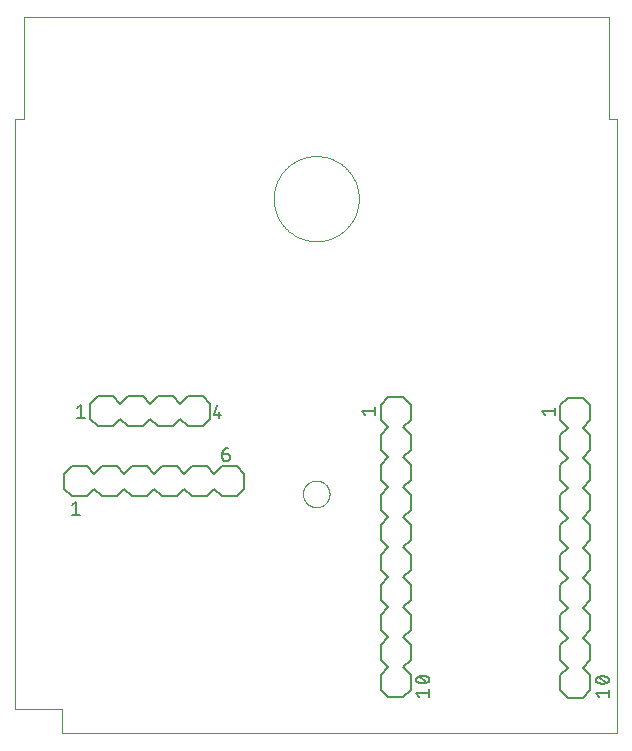
<source format=gto>
G75*
%MOIN*%
%OFA0B0*%
%FSLAX25Y25*%
%IPPOS*%
%LPD*%
%AMOC8*
5,1,8,0,0,1.08239X$1,22.5*
%
%ADD10C,0.00004*%
%ADD11C,0.00600*%
%ADD12C,0.00500*%
D10*
X0001002Y0008876D02*
X0001002Y0205726D01*
X0004033Y0205726D01*
X0004033Y0239506D01*
X0003955Y0239585D02*
X0198837Y0239585D01*
X0198837Y0205726D01*
X0201789Y0205726D01*
X0201789Y0001002D01*
X0016750Y0001002D01*
X0016750Y0008876D01*
X0001002Y0008876D01*
X0096967Y0080726D02*
X0096969Y0080858D01*
X0096975Y0080991D01*
X0096985Y0081123D01*
X0096999Y0081255D01*
X0097016Y0081386D01*
X0097038Y0081517D01*
X0097064Y0081647D01*
X0097093Y0081776D01*
X0097127Y0081904D01*
X0097164Y0082031D01*
X0097205Y0082157D01*
X0097249Y0082282D01*
X0097298Y0082406D01*
X0097350Y0082527D01*
X0097406Y0082648D01*
X0097465Y0082766D01*
X0097528Y0082883D01*
X0097594Y0082998D01*
X0097664Y0083110D01*
X0097737Y0083221D01*
X0097813Y0083329D01*
X0097892Y0083435D01*
X0097975Y0083539D01*
X0098061Y0083640D01*
X0098149Y0083738D01*
X0098241Y0083834D01*
X0098335Y0083927D01*
X0098432Y0084017D01*
X0098532Y0084105D01*
X0098635Y0084189D01*
X0098739Y0084270D01*
X0098847Y0084348D01*
X0098956Y0084422D01*
X0099068Y0084494D01*
X0099182Y0084562D01*
X0099297Y0084626D01*
X0099415Y0084687D01*
X0099534Y0084745D01*
X0099655Y0084799D01*
X0099778Y0084849D01*
X0099902Y0084895D01*
X0100027Y0084938D01*
X0100154Y0084977D01*
X0100282Y0085013D01*
X0100410Y0085044D01*
X0100540Y0085072D01*
X0100670Y0085095D01*
X0100801Y0085115D01*
X0100933Y0085131D01*
X0101065Y0085143D01*
X0101197Y0085151D01*
X0101330Y0085155D01*
X0101462Y0085155D01*
X0101595Y0085151D01*
X0101727Y0085143D01*
X0101859Y0085131D01*
X0101991Y0085115D01*
X0102122Y0085095D01*
X0102252Y0085072D01*
X0102382Y0085044D01*
X0102510Y0085013D01*
X0102638Y0084977D01*
X0102765Y0084938D01*
X0102890Y0084895D01*
X0103014Y0084849D01*
X0103137Y0084799D01*
X0103258Y0084745D01*
X0103377Y0084687D01*
X0103495Y0084626D01*
X0103611Y0084562D01*
X0103724Y0084494D01*
X0103836Y0084422D01*
X0103945Y0084348D01*
X0104053Y0084270D01*
X0104157Y0084189D01*
X0104260Y0084105D01*
X0104360Y0084017D01*
X0104457Y0083927D01*
X0104551Y0083834D01*
X0104643Y0083738D01*
X0104731Y0083640D01*
X0104817Y0083539D01*
X0104900Y0083435D01*
X0104979Y0083329D01*
X0105055Y0083221D01*
X0105128Y0083110D01*
X0105198Y0082998D01*
X0105264Y0082883D01*
X0105327Y0082766D01*
X0105386Y0082648D01*
X0105442Y0082527D01*
X0105494Y0082406D01*
X0105543Y0082282D01*
X0105587Y0082157D01*
X0105628Y0082031D01*
X0105665Y0081904D01*
X0105699Y0081776D01*
X0105728Y0081647D01*
X0105754Y0081517D01*
X0105776Y0081386D01*
X0105793Y0081255D01*
X0105807Y0081123D01*
X0105817Y0080991D01*
X0105823Y0080858D01*
X0105825Y0080726D01*
X0105823Y0080594D01*
X0105817Y0080461D01*
X0105807Y0080329D01*
X0105793Y0080197D01*
X0105776Y0080066D01*
X0105754Y0079935D01*
X0105728Y0079805D01*
X0105699Y0079676D01*
X0105665Y0079548D01*
X0105628Y0079421D01*
X0105587Y0079295D01*
X0105543Y0079170D01*
X0105494Y0079046D01*
X0105442Y0078925D01*
X0105386Y0078804D01*
X0105327Y0078686D01*
X0105264Y0078569D01*
X0105198Y0078454D01*
X0105128Y0078342D01*
X0105055Y0078231D01*
X0104979Y0078123D01*
X0104900Y0078017D01*
X0104817Y0077913D01*
X0104731Y0077812D01*
X0104643Y0077714D01*
X0104551Y0077618D01*
X0104457Y0077525D01*
X0104360Y0077435D01*
X0104260Y0077347D01*
X0104157Y0077263D01*
X0104053Y0077182D01*
X0103945Y0077104D01*
X0103836Y0077030D01*
X0103724Y0076958D01*
X0103610Y0076890D01*
X0103495Y0076826D01*
X0103377Y0076765D01*
X0103258Y0076707D01*
X0103137Y0076653D01*
X0103014Y0076603D01*
X0102890Y0076557D01*
X0102765Y0076514D01*
X0102638Y0076475D01*
X0102510Y0076439D01*
X0102382Y0076408D01*
X0102252Y0076380D01*
X0102122Y0076357D01*
X0101991Y0076337D01*
X0101859Y0076321D01*
X0101727Y0076309D01*
X0101595Y0076301D01*
X0101462Y0076297D01*
X0101330Y0076297D01*
X0101197Y0076301D01*
X0101065Y0076309D01*
X0100933Y0076321D01*
X0100801Y0076337D01*
X0100670Y0076357D01*
X0100540Y0076380D01*
X0100410Y0076408D01*
X0100282Y0076439D01*
X0100154Y0076475D01*
X0100027Y0076514D01*
X0099902Y0076557D01*
X0099778Y0076603D01*
X0099655Y0076653D01*
X0099534Y0076707D01*
X0099415Y0076765D01*
X0099297Y0076826D01*
X0099181Y0076890D01*
X0099068Y0076958D01*
X0098956Y0077030D01*
X0098847Y0077104D01*
X0098739Y0077182D01*
X0098635Y0077263D01*
X0098532Y0077347D01*
X0098432Y0077435D01*
X0098335Y0077525D01*
X0098241Y0077618D01*
X0098149Y0077714D01*
X0098061Y0077812D01*
X0097975Y0077913D01*
X0097892Y0078017D01*
X0097813Y0078123D01*
X0097737Y0078231D01*
X0097664Y0078342D01*
X0097594Y0078454D01*
X0097528Y0078569D01*
X0097465Y0078686D01*
X0097406Y0078804D01*
X0097350Y0078925D01*
X0097298Y0079046D01*
X0097249Y0079170D01*
X0097205Y0079295D01*
X0097164Y0079421D01*
X0097127Y0079548D01*
X0097093Y0079676D01*
X0097064Y0079805D01*
X0097038Y0079935D01*
X0097016Y0080066D01*
X0096999Y0080197D01*
X0096985Y0080329D01*
X0096975Y0080461D01*
X0096969Y0080594D01*
X0096967Y0080726D01*
X0087223Y0179152D02*
X0087227Y0179500D01*
X0087240Y0179847D01*
X0087261Y0180195D01*
X0087291Y0180541D01*
X0087330Y0180887D01*
X0087376Y0181232D01*
X0087432Y0181575D01*
X0087495Y0181917D01*
X0087567Y0182257D01*
X0087648Y0182596D01*
X0087736Y0182932D01*
X0087833Y0183266D01*
X0087938Y0183598D01*
X0088051Y0183927D01*
X0088173Y0184253D01*
X0088302Y0184576D01*
X0088439Y0184895D01*
X0088584Y0185212D01*
X0088736Y0185524D01*
X0088897Y0185833D01*
X0089064Y0186138D01*
X0089239Y0186438D01*
X0089422Y0186735D01*
X0089612Y0187026D01*
X0089808Y0187313D01*
X0090012Y0187595D01*
X0090223Y0187872D01*
X0090440Y0188143D01*
X0090664Y0188409D01*
X0090894Y0188670D01*
X0091131Y0188925D01*
X0091374Y0189174D01*
X0091623Y0189417D01*
X0091878Y0189654D01*
X0092139Y0189884D01*
X0092405Y0190108D01*
X0092676Y0190325D01*
X0092953Y0190536D01*
X0093235Y0190740D01*
X0093522Y0190936D01*
X0093813Y0191126D01*
X0094110Y0191309D01*
X0094410Y0191484D01*
X0094715Y0191651D01*
X0095024Y0191812D01*
X0095336Y0191964D01*
X0095653Y0192109D01*
X0095972Y0192246D01*
X0096295Y0192375D01*
X0096621Y0192497D01*
X0096950Y0192610D01*
X0097282Y0192715D01*
X0097616Y0192812D01*
X0097952Y0192900D01*
X0098291Y0192981D01*
X0098631Y0193053D01*
X0098973Y0193116D01*
X0099316Y0193172D01*
X0099661Y0193218D01*
X0100007Y0193257D01*
X0100353Y0193287D01*
X0100701Y0193308D01*
X0101048Y0193321D01*
X0101396Y0193325D01*
X0101744Y0193321D01*
X0102091Y0193308D01*
X0102439Y0193287D01*
X0102785Y0193257D01*
X0103131Y0193218D01*
X0103476Y0193172D01*
X0103819Y0193116D01*
X0104161Y0193053D01*
X0104501Y0192981D01*
X0104840Y0192900D01*
X0105176Y0192812D01*
X0105510Y0192715D01*
X0105842Y0192610D01*
X0106171Y0192497D01*
X0106497Y0192375D01*
X0106820Y0192246D01*
X0107139Y0192109D01*
X0107456Y0191964D01*
X0107768Y0191812D01*
X0108077Y0191651D01*
X0108382Y0191484D01*
X0108682Y0191309D01*
X0108979Y0191126D01*
X0109270Y0190936D01*
X0109557Y0190740D01*
X0109839Y0190536D01*
X0110116Y0190325D01*
X0110387Y0190108D01*
X0110653Y0189884D01*
X0110914Y0189654D01*
X0111169Y0189417D01*
X0111418Y0189174D01*
X0111661Y0188925D01*
X0111898Y0188670D01*
X0112128Y0188409D01*
X0112352Y0188143D01*
X0112569Y0187872D01*
X0112780Y0187595D01*
X0112984Y0187313D01*
X0113180Y0187026D01*
X0113370Y0186735D01*
X0113553Y0186438D01*
X0113728Y0186138D01*
X0113895Y0185833D01*
X0114056Y0185524D01*
X0114208Y0185212D01*
X0114353Y0184895D01*
X0114490Y0184576D01*
X0114619Y0184253D01*
X0114741Y0183927D01*
X0114854Y0183598D01*
X0114959Y0183266D01*
X0115056Y0182932D01*
X0115144Y0182596D01*
X0115225Y0182257D01*
X0115297Y0181917D01*
X0115360Y0181575D01*
X0115416Y0181232D01*
X0115462Y0180887D01*
X0115501Y0180541D01*
X0115531Y0180195D01*
X0115552Y0179847D01*
X0115565Y0179500D01*
X0115569Y0179152D01*
X0115565Y0178804D01*
X0115552Y0178457D01*
X0115531Y0178109D01*
X0115501Y0177763D01*
X0115462Y0177417D01*
X0115416Y0177072D01*
X0115360Y0176729D01*
X0115297Y0176387D01*
X0115225Y0176047D01*
X0115144Y0175708D01*
X0115056Y0175372D01*
X0114959Y0175038D01*
X0114854Y0174706D01*
X0114741Y0174377D01*
X0114619Y0174051D01*
X0114490Y0173728D01*
X0114353Y0173409D01*
X0114208Y0173092D01*
X0114056Y0172780D01*
X0113895Y0172471D01*
X0113728Y0172166D01*
X0113553Y0171866D01*
X0113370Y0171569D01*
X0113180Y0171278D01*
X0112984Y0170991D01*
X0112780Y0170709D01*
X0112569Y0170432D01*
X0112352Y0170161D01*
X0112128Y0169895D01*
X0111898Y0169634D01*
X0111661Y0169379D01*
X0111418Y0169130D01*
X0111169Y0168887D01*
X0110914Y0168650D01*
X0110653Y0168420D01*
X0110387Y0168196D01*
X0110116Y0167979D01*
X0109839Y0167768D01*
X0109557Y0167564D01*
X0109270Y0167368D01*
X0108979Y0167178D01*
X0108682Y0166995D01*
X0108382Y0166820D01*
X0108077Y0166653D01*
X0107768Y0166492D01*
X0107456Y0166340D01*
X0107139Y0166195D01*
X0106820Y0166058D01*
X0106497Y0165929D01*
X0106171Y0165807D01*
X0105842Y0165694D01*
X0105510Y0165589D01*
X0105176Y0165492D01*
X0104840Y0165404D01*
X0104501Y0165323D01*
X0104161Y0165251D01*
X0103819Y0165188D01*
X0103476Y0165132D01*
X0103131Y0165086D01*
X0102785Y0165047D01*
X0102439Y0165017D01*
X0102091Y0164996D01*
X0101744Y0164983D01*
X0101396Y0164979D01*
X0101048Y0164983D01*
X0100701Y0164996D01*
X0100353Y0165017D01*
X0100007Y0165047D01*
X0099661Y0165086D01*
X0099316Y0165132D01*
X0098973Y0165188D01*
X0098631Y0165251D01*
X0098291Y0165323D01*
X0097952Y0165404D01*
X0097616Y0165492D01*
X0097282Y0165589D01*
X0096950Y0165694D01*
X0096621Y0165807D01*
X0096295Y0165929D01*
X0095972Y0166058D01*
X0095653Y0166195D01*
X0095336Y0166340D01*
X0095024Y0166492D01*
X0094715Y0166653D01*
X0094410Y0166820D01*
X0094110Y0166995D01*
X0093813Y0167178D01*
X0093522Y0167368D01*
X0093235Y0167564D01*
X0092953Y0167768D01*
X0092676Y0167979D01*
X0092405Y0168196D01*
X0092139Y0168420D01*
X0091878Y0168650D01*
X0091623Y0168887D01*
X0091374Y0169130D01*
X0091131Y0169379D01*
X0090894Y0169634D01*
X0090664Y0169895D01*
X0090440Y0170161D01*
X0090223Y0170432D01*
X0090012Y0170709D01*
X0089808Y0170991D01*
X0089612Y0171278D01*
X0089422Y0171569D01*
X0089239Y0171866D01*
X0089064Y0172166D01*
X0088897Y0172471D01*
X0088736Y0172780D01*
X0088584Y0173092D01*
X0088439Y0173409D01*
X0088302Y0173728D01*
X0088173Y0174051D01*
X0088051Y0174377D01*
X0087938Y0174706D01*
X0087833Y0175038D01*
X0087736Y0175372D01*
X0087648Y0175708D01*
X0087567Y0176047D01*
X0087495Y0176387D01*
X0087432Y0176729D01*
X0087376Y0177072D01*
X0087330Y0177417D01*
X0087291Y0177763D01*
X0087261Y0178109D01*
X0087240Y0178457D01*
X0087227Y0178804D01*
X0087223Y0179152D01*
D11*
X0063541Y0113207D02*
X0058541Y0113207D01*
X0056041Y0110707D01*
X0053541Y0113207D01*
X0048541Y0113207D01*
X0046041Y0110707D01*
X0043541Y0113207D01*
X0038541Y0113207D01*
X0036041Y0110707D01*
X0033541Y0113207D01*
X0028541Y0113207D01*
X0026041Y0110707D01*
X0026041Y0105707D01*
X0028541Y0103207D01*
X0033541Y0103207D01*
X0036041Y0105707D01*
X0038541Y0103207D01*
X0043541Y0103207D01*
X0046041Y0105707D01*
X0048541Y0103207D01*
X0053541Y0103207D01*
X0056041Y0105707D01*
X0058541Y0103207D01*
X0063541Y0103207D01*
X0066041Y0105707D01*
X0066041Y0110707D01*
X0063541Y0113207D01*
X0064841Y0089939D02*
X0059841Y0089939D01*
X0057341Y0087439D01*
X0054841Y0089939D01*
X0049841Y0089939D01*
X0047341Y0087439D01*
X0044841Y0089939D01*
X0039841Y0089939D01*
X0037341Y0087439D01*
X0034841Y0089939D01*
X0029841Y0089939D01*
X0027341Y0087439D01*
X0024841Y0089939D01*
X0019841Y0089939D01*
X0017341Y0087439D01*
X0017341Y0082439D01*
X0019841Y0079939D01*
X0024841Y0079939D01*
X0027341Y0082439D01*
X0029841Y0079939D01*
X0034841Y0079939D01*
X0037341Y0082439D01*
X0039841Y0079939D01*
X0044841Y0079939D01*
X0047341Y0082439D01*
X0049841Y0079939D01*
X0054841Y0079939D01*
X0057341Y0082439D01*
X0059841Y0079939D01*
X0064841Y0079939D01*
X0067341Y0082439D01*
X0069841Y0079939D01*
X0074841Y0079939D01*
X0077341Y0082439D01*
X0077341Y0087439D01*
X0074841Y0089939D01*
X0069841Y0089939D01*
X0067341Y0087439D01*
X0064841Y0089939D01*
X0122892Y0090392D02*
X0122892Y0085392D01*
X0125392Y0082892D01*
X0122892Y0080392D01*
X0122892Y0075392D01*
X0125392Y0072892D01*
X0122892Y0070392D01*
X0122892Y0065392D01*
X0125392Y0062892D01*
X0122892Y0060392D01*
X0122892Y0055392D01*
X0125392Y0052892D01*
X0122892Y0050392D01*
X0122892Y0045392D01*
X0125392Y0042892D01*
X0122892Y0040392D01*
X0122892Y0035392D01*
X0125392Y0032892D01*
X0122892Y0030392D01*
X0122892Y0025392D01*
X0125392Y0022892D01*
X0122892Y0020392D01*
X0122892Y0015392D01*
X0125392Y0012892D01*
X0130392Y0012892D01*
X0132892Y0015392D01*
X0132892Y0020392D01*
X0130392Y0022892D01*
X0132892Y0025392D01*
X0132892Y0030392D01*
X0130392Y0032892D01*
X0132892Y0035392D01*
X0132892Y0040392D01*
X0130392Y0042892D01*
X0132892Y0045392D01*
X0132892Y0050392D01*
X0130392Y0052892D01*
X0132892Y0055392D01*
X0132892Y0060392D01*
X0130392Y0062892D01*
X0132892Y0065392D01*
X0132892Y0070392D01*
X0130392Y0072892D01*
X0132892Y0075392D01*
X0132892Y0080392D01*
X0130392Y0082892D01*
X0132892Y0085392D01*
X0132892Y0090392D01*
X0130392Y0092892D01*
X0132892Y0095392D01*
X0132892Y0100392D01*
X0130392Y0102892D01*
X0132892Y0105392D01*
X0132892Y0110392D01*
X0130392Y0112892D01*
X0125392Y0112892D01*
X0122892Y0110392D01*
X0122892Y0105392D01*
X0125392Y0102892D01*
X0122892Y0100392D01*
X0122892Y0095392D01*
X0125392Y0092892D01*
X0122892Y0090392D01*
X0182774Y0090234D02*
X0182774Y0085234D01*
X0185274Y0082734D01*
X0182774Y0080234D01*
X0182774Y0075234D01*
X0185274Y0072734D01*
X0182774Y0070234D01*
X0182774Y0065234D01*
X0185274Y0062734D01*
X0182774Y0060234D01*
X0182774Y0055234D01*
X0185274Y0052734D01*
X0182774Y0050234D01*
X0182774Y0045234D01*
X0185274Y0042734D01*
X0182774Y0040234D01*
X0182774Y0035234D01*
X0185274Y0032734D01*
X0182774Y0030234D01*
X0182774Y0025234D01*
X0185274Y0022734D01*
X0182774Y0020234D01*
X0182774Y0015234D01*
X0185274Y0012734D01*
X0190274Y0012734D01*
X0192774Y0015234D01*
X0192774Y0020234D01*
X0190274Y0022734D01*
X0192774Y0025234D01*
X0192774Y0030234D01*
X0190274Y0032734D01*
X0192774Y0035234D01*
X0192774Y0040234D01*
X0190274Y0042734D01*
X0192774Y0045234D01*
X0192774Y0050234D01*
X0190274Y0052734D01*
X0192774Y0055234D01*
X0192774Y0060234D01*
X0190274Y0062734D01*
X0192774Y0065234D01*
X0192774Y0070234D01*
X0190274Y0072734D01*
X0192774Y0075234D01*
X0192774Y0080234D01*
X0190274Y0082734D01*
X0192774Y0085234D01*
X0192774Y0090234D01*
X0190274Y0092734D01*
X0192774Y0095234D01*
X0192774Y0100234D01*
X0190274Y0102734D01*
X0192774Y0105234D01*
X0192774Y0110234D01*
X0190274Y0112734D01*
X0185274Y0112734D01*
X0182774Y0110234D01*
X0182774Y0105234D01*
X0185274Y0102734D01*
X0182774Y0100234D01*
X0182774Y0095234D01*
X0185274Y0092734D01*
X0182774Y0090234D01*
D12*
X0181024Y0106984D02*
X0181024Y0109484D01*
X0181024Y0108234D02*
X0176524Y0108234D01*
X0177524Y0106984D01*
X0121142Y0107142D02*
X0121142Y0109642D01*
X0121142Y0108392D02*
X0116642Y0108392D01*
X0117642Y0107142D01*
X0072591Y0093189D02*
X0072591Y0092939D01*
X0072591Y0093189D02*
X0072589Y0093249D01*
X0072584Y0093310D01*
X0072575Y0093369D01*
X0072562Y0093428D01*
X0072546Y0093487D01*
X0072526Y0093544D01*
X0072503Y0093599D01*
X0072476Y0093654D01*
X0072447Y0093706D01*
X0072414Y0093757D01*
X0072378Y0093806D01*
X0072340Y0093852D01*
X0072298Y0093896D01*
X0072254Y0093938D01*
X0072208Y0093976D01*
X0072159Y0094012D01*
X0072108Y0094045D01*
X0072056Y0094074D01*
X0072001Y0094101D01*
X0071946Y0094124D01*
X0071889Y0094144D01*
X0071830Y0094160D01*
X0071771Y0094173D01*
X0071712Y0094182D01*
X0071651Y0094187D01*
X0071591Y0094189D01*
X0070091Y0094189D01*
X0070091Y0092939D01*
X0070093Y0092870D01*
X0070099Y0092801D01*
X0070108Y0092733D01*
X0070121Y0092666D01*
X0070138Y0092599D01*
X0070159Y0092533D01*
X0070183Y0092469D01*
X0070211Y0092406D01*
X0070242Y0092344D01*
X0070276Y0092284D01*
X0070314Y0092227D01*
X0070355Y0092171D01*
X0070398Y0092118D01*
X0070445Y0092067D01*
X0070494Y0092019D01*
X0070546Y0091974D01*
X0070601Y0091932D01*
X0070657Y0091893D01*
X0070716Y0091856D01*
X0070777Y0091824D01*
X0070839Y0091794D01*
X0070903Y0091768D01*
X0070968Y0091746D01*
X0071034Y0091727D01*
X0071101Y0091712D01*
X0071169Y0091701D01*
X0071238Y0091693D01*
X0071307Y0091689D01*
X0071375Y0091689D01*
X0071444Y0091693D01*
X0071513Y0091701D01*
X0071581Y0091712D01*
X0071648Y0091727D01*
X0071714Y0091746D01*
X0071779Y0091768D01*
X0071843Y0091794D01*
X0071905Y0091824D01*
X0071966Y0091856D01*
X0072025Y0091893D01*
X0072081Y0091932D01*
X0072136Y0091974D01*
X0072188Y0092019D01*
X0072237Y0092067D01*
X0072284Y0092118D01*
X0072327Y0092171D01*
X0072368Y0092227D01*
X0072406Y0092284D01*
X0072440Y0092344D01*
X0072471Y0092406D01*
X0072499Y0092469D01*
X0072523Y0092533D01*
X0072544Y0092599D01*
X0072561Y0092666D01*
X0072574Y0092733D01*
X0072583Y0092801D01*
X0072589Y0092870D01*
X0072591Y0092939D01*
X0070091Y0094189D02*
X0070093Y0094276D01*
X0070099Y0094363D01*
X0070108Y0094450D01*
X0070121Y0094536D01*
X0070138Y0094622D01*
X0070159Y0094707D01*
X0070184Y0094790D01*
X0070212Y0094873D01*
X0070243Y0094954D01*
X0070278Y0095034D01*
X0070317Y0095112D01*
X0070359Y0095189D01*
X0070404Y0095264D01*
X0070453Y0095336D01*
X0070504Y0095407D01*
X0070559Y0095475D01*
X0070616Y0095540D01*
X0070677Y0095603D01*
X0070740Y0095664D01*
X0070805Y0095721D01*
X0070873Y0095776D01*
X0070944Y0095827D01*
X0071016Y0095876D01*
X0071091Y0095921D01*
X0071168Y0095963D01*
X0071246Y0096002D01*
X0071326Y0096037D01*
X0071407Y0096068D01*
X0071490Y0096096D01*
X0071573Y0096121D01*
X0071658Y0096142D01*
X0071744Y0096159D01*
X0071830Y0096172D01*
X0071917Y0096181D01*
X0072004Y0096187D01*
X0072091Y0096189D01*
X0069041Y0105957D02*
X0069041Y0107957D01*
X0069791Y0106957D02*
X0067291Y0106957D01*
X0068291Y0110457D01*
X0024291Y0105957D02*
X0021791Y0105957D01*
X0023041Y0105957D02*
X0023041Y0110457D01*
X0021791Y0109457D01*
X0021341Y0078189D02*
X0020091Y0077189D01*
X0021341Y0078189D02*
X0021341Y0073689D01*
X0020091Y0073689D02*
X0022591Y0073689D01*
X0135642Y0019892D02*
X0138142Y0017892D01*
X0139142Y0018892D02*
X0139140Y0018952D01*
X0139134Y0019012D01*
X0139124Y0019072D01*
X0139111Y0019131D01*
X0139093Y0019189D01*
X0139072Y0019245D01*
X0139047Y0019300D01*
X0139019Y0019353D01*
X0138987Y0019405D01*
X0138952Y0019454D01*
X0138914Y0019501D01*
X0138872Y0019545D01*
X0138828Y0019586D01*
X0138782Y0019625D01*
X0138733Y0019660D01*
X0138682Y0019692D01*
X0138628Y0019720D01*
X0138573Y0019746D01*
X0138517Y0019767D01*
X0139142Y0018892D02*
X0139140Y0018832D01*
X0139134Y0018772D01*
X0139124Y0018712D01*
X0139111Y0018653D01*
X0139093Y0018595D01*
X0139072Y0018539D01*
X0139047Y0018484D01*
X0139019Y0018431D01*
X0138987Y0018379D01*
X0138952Y0018330D01*
X0138914Y0018283D01*
X0138872Y0018239D01*
X0138828Y0018198D01*
X0138782Y0018159D01*
X0138733Y0018124D01*
X0138682Y0018092D01*
X0138628Y0018064D01*
X0138573Y0018038D01*
X0138517Y0018017D01*
X0138517Y0019766D02*
X0138408Y0019817D01*
X0138298Y0019864D01*
X0138186Y0019908D01*
X0138072Y0019948D01*
X0137958Y0019984D01*
X0137842Y0020017D01*
X0137726Y0020046D01*
X0137608Y0020071D01*
X0137490Y0020092D01*
X0137371Y0020110D01*
X0137252Y0020123D01*
X0137132Y0020133D01*
X0137012Y0020139D01*
X0136892Y0020141D01*
X0136892Y0017642D02*
X0137012Y0017644D01*
X0137132Y0017650D01*
X0137252Y0017660D01*
X0137371Y0017673D01*
X0137490Y0017691D01*
X0137608Y0017712D01*
X0137726Y0017737D01*
X0137842Y0017766D01*
X0137958Y0017799D01*
X0138072Y0017835D01*
X0138186Y0017875D01*
X0138298Y0017919D01*
X0138408Y0017966D01*
X0138517Y0018017D01*
X0136892Y0020141D02*
X0136772Y0020139D01*
X0136652Y0020133D01*
X0136532Y0020123D01*
X0136413Y0020110D01*
X0136294Y0020092D01*
X0136176Y0020071D01*
X0136058Y0020046D01*
X0135942Y0020017D01*
X0135826Y0019984D01*
X0135712Y0019948D01*
X0135598Y0019908D01*
X0135486Y0019864D01*
X0135376Y0019817D01*
X0135267Y0019766D01*
X0135267Y0019767D02*
X0135211Y0019746D01*
X0135156Y0019720D01*
X0135102Y0019692D01*
X0135051Y0019660D01*
X0135002Y0019625D01*
X0134956Y0019586D01*
X0134912Y0019545D01*
X0134870Y0019501D01*
X0134832Y0019454D01*
X0134797Y0019405D01*
X0134765Y0019353D01*
X0134737Y0019300D01*
X0134712Y0019245D01*
X0134691Y0019189D01*
X0134673Y0019131D01*
X0134660Y0019072D01*
X0134650Y0019012D01*
X0134644Y0018952D01*
X0134642Y0018892D01*
X0134644Y0018832D01*
X0134650Y0018772D01*
X0134660Y0018712D01*
X0134673Y0018653D01*
X0134691Y0018595D01*
X0134712Y0018539D01*
X0134737Y0018484D01*
X0134765Y0018431D01*
X0134797Y0018379D01*
X0134832Y0018330D01*
X0134870Y0018283D01*
X0134912Y0018239D01*
X0134956Y0018198D01*
X0135002Y0018159D01*
X0135051Y0018124D01*
X0135102Y0018092D01*
X0135156Y0018064D01*
X0135211Y0018038D01*
X0135267Y0018017D01*
X0135376Y0017966D01*
X0135486Y0017919D01*
X0135598Y0017875D01*
X0135712Y0017835D01*
X0135826Y0017799D01*
X0135942Y0017766D01*
X0136058Y0017737D01*
X0136176Y0017712D01*
X0136294Y0017691D01*
X0136413Y0017673D01*
X0136532Y0017660D01*
X0136652Y0017650D01*
X0136772Y0017644D01*
X0136892Y0017642D01*
X0139142Y0015642D02*
X0139142Y0013142D01*
X0139142Y0014392D02*
X0134642Y0014392D01*
X0135642Y0013142D01*
X0194524Y0014234D02*
X0199024Y0014234D01*
X0199024Y0012984D02*
X0199024Y0015484D01*
X0198399Y0019609D02*
X0198290Y0019660D01*
X0198180Y0019707D01*
X0198068Y0019751D01*
X0197954Y0019791D01*
X0197840Y0019827D01*
X0197724Y0019860D01*
X0197608Y0019889D01*
X0197490Y0019914D01*
X0197372Y0019935D01*
X0197253Y0019953D01*
X0197134Y0019966D01*
X0197014Y0019976D01*
X0196894Y0019982D01*
X0196774Y0019984D01*
X0196774Y0017485D02*
X0196894Y0017487D01*
X0197014Y0017493D01*
X0197134Y0017503D01*
X0197253Y0017516D01*
X0197372Y0017534D01*
X0197490Y0017555D01*
X0197608Y0017580D01*
X0197724Y0017609D01*
X0197840Y0017642D01*
X0197954Y0017678D01*
X0198068Y0017718D01*
X0198180Y0017762D01*
X0198290Y0017809D01*
X0198399Y0017860D01*
X0198024Y0017734D02*
X0195524Y0019734D01*
X0195149Y0019609D02*
X0195093Y0019588D01*
X0195038Y0019562D01*
X0194984Y0019534D01*
X0194933Y0019502D01*
X0194884Y0019467D01*
X0194838Y0019428D01*
X0194794Y0019387D01*
X0194752Y0019343D01*
X0194714Y0019296D01*
X0194679Y0019247D01*
X0194647Y0019195D01*
X0194619Y0019142D01*
X0194594Y0019087D01*
X0194573Y0019031D01*
X0194555Y0018973D01*
X0194542Y0018914D01*
X0194532Y0018854D01*
X0194526Y0018794D01*
X0194524Y0018734D01*
X0194526Y0018674D01*
X0194532Y0018614D01*
X0194542Y0018554D01*
X0194555Y0018495D01*
X0194573Y0018437D01*
X0194594Y0018381D01*
X0194619Y0018326D01*
X0194647Y0018273D01*
X0194679Y0018221D01*
X0194714Y0018172D01*
X0194752Y0018125D01*
X0194794Y0018081D01*
X0194838Y0018040D01*
X0194884Y0018001D01*
X0194933Y0017966D01*
X0194984Y0017934D01*
X0195038Y0017906D01*
X0195093Y0017880D01*
X0195149Y0017859D01*
X0195149Y0019609D02*
X0195258Y0019660D01*
X0195368Y0019707D01*
X0195480Y0019751D01*
X0195594Y0019791D01*
X0195708Y0019827D01*
X0195824Y0019860D01*
X0195940Y0019889D01*
X0196058Y0019914D01*
X0196176Y0019935D01*
X0196295Y0019953D01*
X0196414Y0019966D01*
X0196534Y0019976D01*
X0196654Y0019982D01*
X0196774Y0019984D01*
X0196774Y0017485D02*
X0196654Y0017487D01*
X0196534Y0017493D01*
X0196414Y0017503D01*
X0196295Y0017516D01*
X0196176Y0017534D01*
X0196058Y0017555D01*
X0195940Y0017580D01*
X0195824Y0017609D01*
X0195708Y0017642D01*
X0195594Y0017678D01*
X0195480Y0017718D01*
X0195368Y0017762D01*
X0195258Y0017809D01*
X0195149Y0017860D01*
X0198399Y0019609D02*
X0198455Y0019588D01*
X0198510Y0019562D01*
X0198564Y0019534D01*
X0198615Y0019502D01*
X0198664Y0019467D01*
X0198710Y0019428D01*
X0198754Y0019387D01*
X0198796Y0019343D01*
X0198834Y0019296D01*
X0198869Y0019247D01*
X0198901Y0019195D01*
X0198929Y0019142D01*
X0198954Y0019087D01*
X0198975Y0019031D01*
X0198993Y0018973D01*
X0199006Y0018914D01*
X0199016Y0018854D01*
X0199022Y0018794D01*
X0199024Y0018734D01*
X0199022Y0018674D01*
X0199016Y0018614D01*
X0199006Y0018554D01*
X0198993Y0018495D01*
X0198975Y0018437D01*
X0198954Y0018381D01*
X0198929Y0018326D01*
X0198901Y0018273D01*
X0198869Y0018221D01*
X0198834Y0018172D01*
X0198796Y0018125D01*
X0198754Y0018081D01*
X0198710Y0018040D01*
X0198664Y0018001D01*
X0198615Y0017966D01*
X0198564Y0017934D01*
X0198510Y0017906D01*
X0198455Y0017880D01*
X0198399Y0017859D01*
X0194524Y0014234D02*
X0195524Y0012984D01*
M02*

</source>
